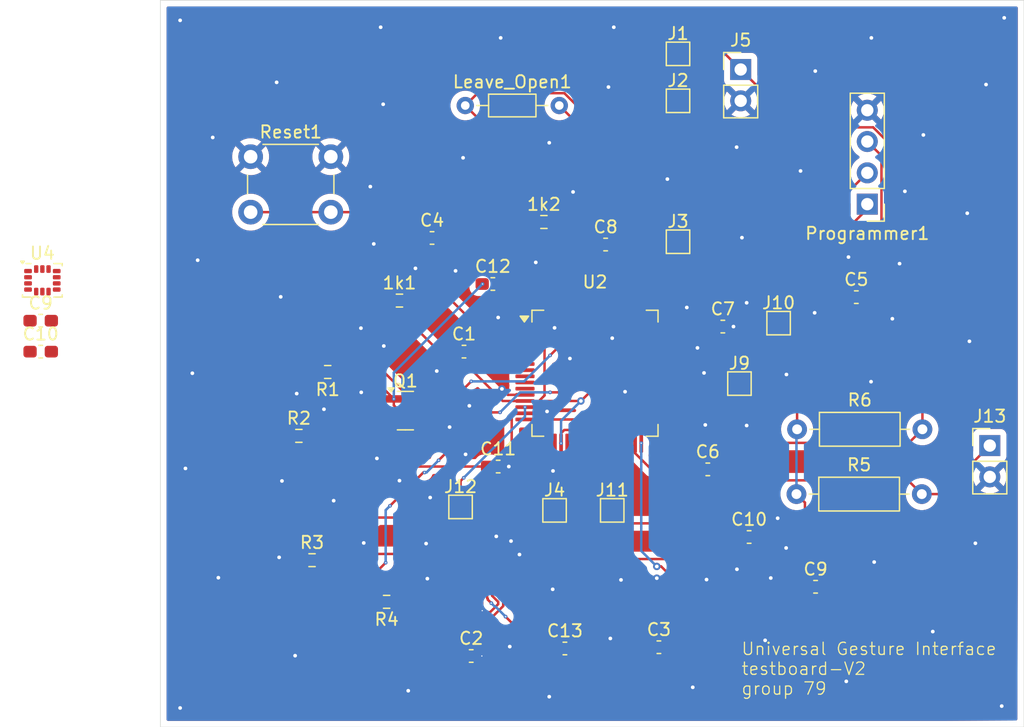
<source format=kicad_pcb>
(kicad_pcb (version 20241229) (generator "pcbnew") (generator_version "9.0")
  (layers (0 "F.Cu" signal) (2 "B.Cu" signal) (13 "F.Paste" user) (15 "B.Paste" user) (5 "F.SilkS" user "F.Silkscreen") (7 "B.SilkS" user "B.Silkscreen") (1 "F.Mask" user) (3 "B.Mask" user) (25 "Edge.Cuts" user))
  (net 0 "")
  (net 1 "Net-(U2-NRST)")
  (net 2 "VCC")
  (net 3 "GND")
  (net 4 "Net-(U2-BOOT0)")
  (net 5 "Net-(U2-VCAP_1)")
  (net 6 "Net-(U2-VCAP_2)")
  (net 7 "/VLDO_OUT")
  (net 8 "Net-(U1-REGOUT)")
  (net 9 "/ADC_FLEX1")
  (net 10 "/ADC_FSR1")
  (net 11 "/DEBUG_1")
  (net 12 "/DEBUG_2")
  (net 13 "/DEBUG_3")
  (net 14 "/DEBUG_4")
  (net 15 "/SWCLK")
  (net 16 "/SWDIO")
  (net 17 "/SDA")
  (net 18 "/SDA_1.8V")
  (net 19 "/SCL_1.8V")
  (net 20 "/SCL")
  (net 36 "/IMU_INT1_TEST")
  (net 46 "/SPI_MISO")
  (net 61 "/SPI_SCK")
  (net 62 "/SPI_CS")
  (net 63 "/SPI_MOSI")
  (footprint "Capacitor_SMD:C_0603_1608Metric_Pad1.08x0.95mm_HandSolder" (layer "F.Cu") (at 166.0906 120.6246)
    (property "Reference" "C13")
    (property "Value" "0.1uF")
  )
  (footprint "Capacitor_SMD:C_0603_1608Metric_Pad1.08x0.95mm_HandSolder" (layer "F.Cu") (at 160.2486 91.059)
    (property "Reference" "C12")
    (property "Value" "0.1uF")
  )
  (footprint "TestPoint:TestPoint_Pad_1.5x1.5mm" (layer "F.Cu") (at 180.2384 99.1362)
    (property "Reference" "J9")
    (property "Value" "Conn_01x01")
  )
  (footprint "Resistor_THT:R_Axial_DIN0207_L6.3mm_D2.5mm_P10.16mm_Horizontal" (layer "F.Cu") (at 184.912 102.8446)
    (property "Reference" "R6")
    (property "Value" "22k")
  )
  (footprint "Resistor_SMD:R_0603_1608Metric_Pad0.98x0.95mm_HandSolder" (layer "F.Cu") (at 146.8628 98.1964 180)
    (property "Reference" "R1")
    (property "Value" "4.7k")
  )
  (footprint "Connector_PinHeader_2.54mm:PinHeader_1x04_P2.54mm_Vertical" (layer "F.Cu") (at 190.6016 84.582 180)
    (property "Reference" "Programmer1")
    (property "Value" "Conn_01x04" (hide yes))
  )
  (footprint "Capacitor_SMD:C_0603_1608Metric_Pad1.08x0.95mm_HandSolder" (layer "F.Cu") (at 186.4106 115.6208)
    (property "Reference" "C9")
    (property "Value" "1 uF")
  )
  (footprint "Connector_PinHeader_2.54mm:PinHeader_1x02_P2.54mm_Vertical" (layer "F.Cu") (at 200.533 104.1654)
    (property "Reference" "J13")
    (property "Value" "Conn_01x02_Socket" (hide yes))
  )
  (footprint "Resistor_SMD:R_0603_1608Metric_Pad0.98x0.95mm_HandSolder" (layer "F.Cu") (at 151.638 116.84 180)
    (property "Reference" "R4")
    (property "Value" "4.7k")
  )
  (footprint "TestPoint:TestPoint_Pad_1.5x1.5mm" (layer "F.Cu") (at 175.26 72.39)
    (property "Reference" "J1")
    (property "Value" "FLEX pin1")
  )
  (footprint "Button_Switch_THT:SW_PUSH_6mm_H4.3mm" (layer "F.Cu") (at 140.6156 80.7318)
    (property "Reference" "Reset1")
    (property "Value" "SW_Push")
  )
  (footprint "Package_LGA:LGA-14_3x2.5mm_P0.5mm_LayoutBorder3x4y" (layer "F.Cu") (at 123.7325 90.7604)
    (property "Reference" "U4")
    (property "Value" "LSM6DSL")
  )
  (footprint "Capacitor_SMD:C_0603_1608Metric_Pad1.08x0.95mm_HandSolder" (layer "F.Cu") (at 178.8922 94.5134)
    (property "Reference" "C7")
    (property "Value" "2.2uF")
  )
  (footprint "Capacitor_SMD:C_0603_1608Metric_Pad1.08x0.95mm_HandSolder" (layer "F.Cu") (at 169.3915 87.8586)
    (property "Reference" "C8")
    (property "Value" "0.1uF")
  )
  (footprint "Capacitor_SMD:C_0603_1608Metric_Pad1.08x0.95mm_HandSolder" (layer "F.Cu") (at 123.5975 94.0354)
    (property "Reference" "C9")
    (property "Value" "0.1uF")
  )
  (footprint "TestPoint:TestPoint_Pad_1.5x1.5mm" (layer "F.Cu") (at 183.4134 94.234)
    (property "Reference" "J10")
    (property "Value" "Conn_01x01")
  )
  (footprint "Connector_PinHeader_2.54mm:PinHeader_1x02_P2.54mm_Vertical" (layer "F.Cu") (at 180.34 73.66)
    (property "Reference" "J5")
    (property "Value" "Conn_01x02_Socket")
  )
  (footprint "Resistor_SMD:R_0603_1608Metric_Pad0.98x0.95mm_HandSolder" (layer "F.Cu") (at 144.526 103.378)
    (property "Reference" "R2")
    (property "Value" "4.7k")
  )
  (footprint "Resistor_SMD:R_0603_1608Metric_Pad0.98x0.95mm_HandSolder" (layer "F.Cu") (at 152.6794 92.4052)
    (property "Reference" "1k1")
    (property "Value" "R")
  )
  (footprint "Resistor_SMD:R_0603_1608Metric_Pad0.98x0.95mm_HandSolder" (layer "F.Cu") (at 164.3888 86.0298)
    (property "Reference" "1k2")
    (property "Value" "R")
  )
  (footprint "Resistor_SMD:R_0603_1608Metric_Pad0.98x0.95mm_HandSolder" (layer "F.Cu") (at 145.5928 113.4618)
    (property "Reference" "R3")
    (property "Value" "4.7k")
  )
  (footprint "Capacitor_SMD:C_0603_1608Metric_Pad1.08x0.95mm_HandSolder" (layer "F.Cu") (at 173.7106 120.523)
    (property "Reference" "C3")
    (property "Value" "0.1uF")
  )
  (footprint "Resistor_THT:R_Axial_DIN0204_L3.6mm_D1.6mm_P7.62mm_Horizontal" (layer "F.Cu") (at 158.0134 76.581)
    (property "Reference" "Leave_Open1")
    (property "Value" "R")
  )
  (footprint "Package_QFP:LQFP-64_10x10mm_P0.5mm" (layer "F.Cu") (at 168.529 98.298)
    (property "Reference" "U2")
    (property "Value" "STM32F405RGTx")
  )
  (footprint "Capacitor_SMD:C_0603_1608Metric_Pad1.08x0.95mm_HandSolder" (layer "F.Cu") (at 177.673 106.0958)
    (property "Reference" "C6")
    (property "Value" "2.2uF")
  )
  (footprint "Capacitor_SMD:C_0603_1608Metric_Pad1.08x0.95mm_HandSolder" (layer "F.Cu") (at 160.6804 105.8672)
    (property "Reference" "C11")
    (property "Value" "0.1uF")
  )
  (footprint "Capacitor_SMD:C_0603_1608Metric_Pad1.08x0.95mm_HandSolder" (layer "F.Cu") (at 189.7126 92.1258)
    (property "Reference" "C5")
    (property "Value" "0.1uF")
  )
  (footprint "Package_TO_SOT_SMD:SOT-23" (layer "F.Cu") (at 153.1597 101.3308)
    (property "Reference" "Q1")
    (property "Value" "BSS138")
  )
  (footprint "Capacitor_SMD:C_0603_1608Metric_Pad1.08x0.95mm_HandSolder" (layer "F.Cu") (at 123.5975 96.5454)
    (property "Reference" "C10")
    (property "Value" "0.1uF")
  )
  (footprint "Capacitor_SMD:C_0603_1608Metric_Pad1.08x0.95mm_HandSolder" (layer "F.Cu") (at 158.4949 121.2342)
    (property "Reference" "C2")
    (property "Value" "0.1uF")
  )
  (footprint "TestPoint:TestPoint_Pad_1.5x1.5mm" (layer "F.Cu") (at 169.926 109.4232)
    (property "Reference" "J11")
    (property "Value" "Conn_01x01")
  )
  (footprint "TestPoint:TestPoint_Pad_1.5x1.5mm" (layer "F.Cu") (at 165.2524 109.4232)
    (property "Reference" "J4")
    (property "Value" "FSR pin1")
  )
  (footprint "Resistor_THT:R_Axial_DIN0207_L6.3mm_D2.5mm_P10.16mm_Horizontal" (layer "F.Cu") (at 184.8612 108.1024)
    (property "Reference" "R5")
    (property "Value" "47k")
  )
  (footprint "TestPoint:TestPoint_Pad_1.5x1.5mm" (layer "F.Cu") (at 175.26 87.63)
    (property "Reference" "J3")
    (property "Value" "FSR pin2")
  )
  (footprint "Capacitor_SMD:C_0603_1608Metric_Pad1.08x0.95mm_HandSolder" (layer "F.Cu") (at 157.9107 96.5454)
    (property "Reference" "C1")
    (property "Value" "0.1uF")
  )
  (footprint "TestPoint:TestPoint_Pad_1.5x1.5mm" (layer "F.Cu") (at 157.6324 109.1438)
    (property "Reference" "J12")
    (property "Value" "Conn_01x01")
  )
  (footprint "Capacitor_SMD:C_0603_1608Metric_Pad1.08x0.95mm_HandSolder" (layer "F.Cu") (at 181.0247 111.5822)
    (property "Reference" "C10")
    (property "Value" "1 uF")
  )
  (footprint "TestPoint:TestPoint_Pad_1.5x1.5mm" (layer "F.Cu") (at 175.26 76.2)
    (property "Reference" "J2")
    (property "Value" "FLEX pin2")
  )
  (footprint "Capacitor_SMD:C_0603_1608Metric_Pad1.08x0.95mm_HandSolder" (layer "F.Cu") (at 155.321 87.3252)
    (property "Reference" "C4")
    (property "Value" "0.1uF")
  )
  (gr_rect (start 133.2992 68.0466) (end 203.3016 127) (stroke (width 0.05)) (fill no) (layer "Edge.Cuts"))
  (gr_text "Universal Gesture Interface\ntestboard-V2\ngroup 79" (at 180.34 124.46 0) (layer "F.SilkS") (effects (font (size 1 1) (thickness 0.1)) (justify left bottom)))
  (segment (start 155.297 90.7001) (end 155.297 86.858066) (width 0.2) (layer "F.Cu") (net 1))
  (segment (start 155.297 86.858066) (end 153.670734 85.2318) (width 0.2) (layer "F.Cu") (net 1))
  (segment (start 153.670734 85.2318) (end 147.1156 85.2318) (width 0.2) (layer "F.Cu") (net 1))
  (segment (start 162.045176 97.548) (end 156.902376 92.4052) (width 0.2) (layer "F.Cu") (net 1))
  (segment (start 162.854 97.548) (end 162.045176 97.548) (width 0.2) (layer "F.Cu") (net 1))
  (segment (start 153.5919 92.4052) (end 155.297 90.7001) (width 0.2) (layer "F.Cu") (net 1))
  (segment (start 156.902376 92.4052) (end 153.5919 92.4052) (width 0.2) (layer "F.Cu") (net 1))
  (segment (start 147.1156 85.2318) (end 140.6156 85.2318) (width 0.2) (layer "F.Cu") (net 1))
  (segment (start 162.854 94.548) (end 164.779 92.623) (width 0.2) (layer "F.Cu") (net 2))
  (segment (start 164.4396 95.3262) (end 163.6614 94.548) (width 0.2) (layer "F.Cu") (net 2))
  (segment (start 171.3609 122.0102) (end 172.8481 120.523) (width 0.2) (layer "F.Cu") (net 2))
  (segment (start 162.854 100.548) (end 163.993 100.548) (width 0.2) (layer "F.Cu") (net 2))
  (segment (start 155.9071 96.5454) (end 151.7669 92.4052) (width 0.2) (layer "F.Cu") (net 2))
  (segment (start 166.046176 102.897) (end 165.779 103.164176) (width 0.2) (layer "F.Cu") (net 2))
  (segment (start 184.912 100.6094) (end 188.8501 96.6713) (width 0.2) (layer "F.Cu") (net 2))
  (segment (start 163.993 100.548) (end 164.4396 100.1014) (width 0.2) (layer "F.Cu") (net 2))
  (segment (start 157.0482 96.5454) (end 155.9071 96.5454) (width 0.2) (layer "F.Cu") (net 2))
  (segment (start 157.0482 96.5454) (end 161.0508 100.548) (width 0.2) (layer "F.Cu") (net 2))
  (segment (start 173.892768 113.9709) (end 174.5018 114.579932) (width 0.2) (layer "F.Cu") (net 2))
  (segment (start 161.0508 100.548) (end 162.854 100.548) (width 0.2) (layer "F.Cu") (net 2))
  (segment (start 185.5481 115.6208) (end 185.5481 108.7893) (width 0.2) (layer "F.Cu") (net 2))
  (segment (start 157.6324 121.2342) (end 158.4084 122.0102) (width 0.2) (layer "F.Cu") (net 2))
  (segment (start 174.1393 116.4719) (end 184.697 116.4719) (width 0.2) (layer "F.Cu") (net 2))
  (segment (start 191.7526 89.2233) (end 191.7526 80.653001) (width 0.2) (layer "F.Cu") (net 2))
  (segment (start 167.395176 100.548) (end 167.386 100.548) (width 0.2) (layer "F.Cu") (net 2))
  (segment (start 153.2382 116.84) (end 157.6324 121.2342) (width 0.2) (layer "F.Cu") (net 2))
  (segment (start 172.279 103.164176) (end 172.011824 102.897) (width 0.2) (layer "F.Cu") (net 2))
  (segment (start 174.204 94.548) (end 173.395176 94.548) (width 0.2) (layer "F.Cu") (net 2))
  (segment (start 164.779 92.623) (end 164.779 91.6086) (width 0.2) (layer "F.Cu") (net 2))
  (segment (start 151.7669 90.0168) (end 154.4585 87.3252) (width 0.2) (layer "F.Cu") (net 2))
  (segment (start 168.529 87.8586) (end 168.529 79.4766) (width 0.2) (layer "F.Cu") (net 2))
  (segment (start 185.5481 108.7893) (end 184.8612 108.1024) (width 0.2) (layer "F.Cu") (net 2))
  (segment (start 172.279 103.973) (end 172.279 103.164176) (width 0.2) (layer "F.Cu") (net 2))
  (segment (start 152.5505 116.84) (end 153.2382 116.84) (width 0.2) (layer "F.Cu") (net 2))
  (segment (start 184.697 116.4719) (end 185.5481 115.6208) (width 0.2) (layer "F.Cu") (net 2))
  (segment (start 184.912 102.8446) (end 184.912 100.6094) (width 0.2) (layer "F.Cu") (net 2))
  (segment (start 164.4396 100.1014) (end 164.4396 95.3262) (width 0.2) (layer "F.Cu") (net 2))
  (segment (start 149.3012 92.4052) (end 143.6135 98.0929) (width 0.2) (layer "F.Cu") (net 2))
  (segment (start 143.6135 98.0929) (end 143.6135 103.378) (width 0.2) (layer "F.Cu") (net 2))
  (segment (start 164.779 91.6086) (end 168.529 87.8586) (width 0.2) (layer "F.Cu") (net 2))
  (segment (start 172.011824 102.897) (end 166.046176 102.897) (width 0.2) (layer "F.Cu") (net 2))
  (segment (start 174.200799 115.8709) (end 173.5383 115.8709) (width 0.2) (layer "F.Cu") (net 2))
  (segment (start 174.5018 115.569899) (end 174.200799 115.8709) (width 0.2) (layer "F.Cu") (net 2))
  (segment (start 173.5383 113.9709) (end 173.892768 113.9709) (width 0.2) (layer "F.Cu") (net 2))
  (segment (start 172.8481 116.5611) (end 173.5383 115.8709) (width 0.2) (layer "F.Cu") (net 2))
  (segment (start 168.529 79.4766) (end 165.6334 76.581) (width 0.2) (layer "F.Cu") (net 2))
  (segment (start 174.5018 114.579932) (end 174.5018 115.569899) (width 0.2) (layer "F.Cu") (net 2))
  (segment (start 167.386 100.548) (end 162.854 100.548) (width 0.2) (layer "F.Cu") (net 2))
  (segment (start 151.7669 92.4052) (end 149.3012 92.4052) (width 0.2) (layer "F.Cu") (net 2))
  (segment (start 188.8501 96.6713) (end 188.8501 92.1258) (width 0.2) (layer "F.Cu") (net 2))
  (segment (start 188.8501 92.1258) (end 191.7526 89.2233) (width 0.2) (layer "F.Cu") (net 2))
  (segment (start 158.4084 122.0102) (end 171.3609 122.0102) (width 0.2) (layer "F.Cu") (net 2))
  (segment (start 173.395176 94.548) (end 167.395176 100.548) (width 0.2) (layer "F.Cu") (net 2))
  (segment (start 163.6614 94.548) (end 162.854 94.548) (width 0.2) (layer "F.Cu") (net 2))
  (segment (start 151.7669 92.4052) (end 151.7669 90.0168) (width 0.2) (layer "F.Cu") (net 2))
  (segment (start 165.779 103.164176) (end 165.779 103.973) (width 0.2) (layer "F.Cu") (net 2))
  (segment (start 173.5383 115.8709) (end 174.1393 116.4719) (width 0.2) (layer "F.Cu") (net 2))
  (segment (start 191.7526 80.653001) (end 190.6016 79.502001) (width 0.2) (layer "F.Cu") (net 2))
  (segment (start 172.8481 120.523) (end 172.8481 116.5611) (width 0.2) (layer "F.Cu") (net 2))
  (via (at 173.5383 113.9709) (size 0.6) (drill 0.3) (layers "F.Cu" "B.Cu") (net 2))
  (via micro (at 172.279 103.973) (size 0.3) (drill 0.1) (layers "F.Cu" "B.Cu") (net 2))
  (via micro (at 165.779 103.973) (size 0.3) (drill 0.1) (layers "F.Cu" "B.Cu") (net 2))
  (via (at 167.386 100.548) (size 0.6) (drill 0.3) (layers "F.Cu" "B.Cu") (net 2))
  (segment (start 172.279 112.7116) (end 172.279 103.973) (width 0.2) (layer "B.Cu") (net 2))
  (segment (start 167.386 100.548) (end 165.779 102.155) (width 0.2) (layer "B.Cu") (net 2))
  (segment (start 184.8612 102.8954) (end 184.912 102.8446) (width 0.2) (layer "B.Cu") (net 2))
  (segment (start 184.8612 108.1024) (end 184.8612 102.8954) (width 0.2) (layer "B.Cu") (net 2))
  (segment (start 165.779 102.155) (end 165.779 103.973) (width 0.2) (layer "B.Cu") (net 2))
  (segment (start 173.5383 113.9709) (end 172.279 112.7116) (width 0.2) (layer "B.Cu") (net 2))
  (segment (start 161.0896 112.682826) (end 160.786374 112.3796) (width 0.2) (layer "F.Cu") (net 3))
  (segment (start 160.1896 116.3492) (end 160.6804 116.84) (width 0.2) (layer "F.Cu") (net 3))
  (segment (start 160.1896 115.9556) (end 160.1896 116.3492) (width 0.2) (layer "F.Cu") (net 3))
  (segment (start 159.3896 117.5558) (end 159.3896 115.9556) (width 0.2) (layer "F.Cu") (net 3))
  (segment (start 162.854 100.048) (end 161.4652 100.048) (width 0.2) (layer "F.Cu") (net 3))
  (segment (start 165.279 106.0692) (end 165.1254 106.2228) (width 0.2) (layer "F.Cu") (net 3))
  (segment (start 159.51528 117.68148) (end 159.3896 117.5558) (width 0.2) (layer "F.Cu") (net 3))
  (segment (start 161.0896 113.4556) (end 161.0896 112.682826) (width 0.2) (layer "F.Cu") (net 3))
  (segment (start 160.1896 112.582826) (end 160.1896 112.9556) (width 0.2) (layer "F.Cu") (net 3))
  (segment (start 160.6804 116.84) (end 160.6804 117.027491) (width 0.2) (layer "F.Cu") (net 3))
  (segment (start 161.9566 113.4556) (end 162.4076 113.0046) (width 0.2) (layer "F.Cu") (net 3))
  (segment (start 161.0896 113.4556) (end 161.9566 113.4556) (width 0.2) (layer "F.Cu") (net 3))
  (segment (start 165.279 103.973) (end 165.279 106.0692) (width 0.2) (layer "F.Cu") (net 3))
  (segment (start 161.4652 100.048) (end 160.9852 99.568) (width 0.2) (layer "F.Cu") (net 3))
  (segment (start 165.279 94.5884) (end 165.2524 94.615) (width 0.2) (layer "F.Cu") (net 3))
  (segment (start 165.279 92.623) (end 165.279 94.5884) (width 0.2) (layer "F.Cu") (net 3))
  (segment (start 160.1896 112.2683) (end 160.528 111.9299) (width 0.2) (layer "F.Cu") (net 3))
  (segment (start 160.528 111.9299) (end 160.528 111.5314) (width 0.2) (layer "F.Cu") (net 3))
  (segment (start 160.6804 117.027491) (end 160.026411 117.68148) (width 0.2) (layer "F.Cu") (net 3))
  (segment (start 160.392826 112.3796) (end 160.1896 112.582826) (width 0.2) (layer "F.Cu") (net 3))
  (segment (start 160.786374 112.3796) (end 160.392826 112.3796) (width 0.2) (layer "F.Cu") (net 3))
  (segment (start 160.026411 117.68148) (end 159.51528 117.68148) (width 0.2) (layer "F.Cu") (net 3))
  (segment (start 160.1896 112.9556) (end 160.1896 112.2683) (width 0.2) (layer "F.Cu") (net 3))
  (via (at 170.6372 115.062) (size 0.6) (drill 0.3) (layers "F.Cu" "B.Cu") (net 3))
  (via (at 199.3646 112.0902) (size 0.6) (drill 0.3) (layers "F.Cu" "B.Cu") (net 3))
  (via (at 161.6202 120.4722) (size 0.6) (drill 0.3) (layers "F.Cu" "B.Cu") (net 3))
  (via (at 153.3906 124.0536) (size 0.6) (drill 0.3) (layers "F.Cu" "B.Cu") (net 3))
  (via (at 160.6804 93.7768) (size 0.6) (drill 0.3) (layers "F.Cu" "B.Cu") (net 3))
  (via (at 136.3218 89.1286) (size 0.6) (drill 0.3) (layers "F.Cu" "B.Cu") (net 3))
  (via (at 198.882 95.7072) (size 0.6) (drill 0.3) (layers "F.Cu" "B.Cu") (net 3))
  (via (at 192.6336 93.8784) (size 0.6) (drill 0.3) (layers "F.Cu" "B.Cu") (net 3))
  (via (at 134.8994 69.6722) (size 0.6) (drill 0.3) (layers "F.Cu" "B.Cu") (net 3))
  (via (at 153.9748 89.789) (size 0.6) (drill 0.3) (layers "F.Cu" "B.Cu") (net 3))
  (via (at 150.5966 87.8078) (size 0.6) (drill 0.3) (layers "F.Cu" "B.Cu") (net 3))
  (via (at 157.226 89.9922) (size 0.6) (drill 0.3) (layers "F.Cu" "B.Cu") (net 3))
  (via (at 164.8206 79.6036) (size 0.6) (drill 0.3) (layers "F.Cu" "B.Cu") (net 3))
  (via (at 134.8994 125.4506) (size 0.6) (drill 0.3) (layers "F.Cu" "B.Cu") (net 3))
  (via (at 155.702 98.1202) (size 0.6) (drill 0.3) (layers "F.Cu" "B.Cu") (net 3))
  (via (at 175.9712 92.964) (size 0.6) (drill 0.3) (layers "F.Cu" "B.Cu") (net 3))
  (via (at 162.4076 113.0046) (size 0.6) (drill 0.3) (layers "F.Cu" "B.Cu") (net 3))
  (via (at 152.6794 107.0102) (size 0.6) (drill 0.3) (layers "F.Cu" "B.Cu") (net 3))
  (via (at 157.8356 80.8228) (size 0.6) (drill 0.3) (layers "F.Cu" "B.Cu") (net 3))
  (via (at 151.3586 76.4794) (size 0.6) (drill 0.3) (layers "F.Cu" "B.Cu") (net 3))
  (via (at 166.497 97.1042) (size 0.6) (drill 0.3) (layers "F.Cu" "B.Cu") (net 3))
  (via (at 186.3852 73.787) (size 0.6) (drill 0.3) (layers "F.Cu" "B.Cu") (net 3))
  (via (at 177.5714 115.0366) (size 0.6) (drill 0.3) (layers "F.Cu" "B.Cu") (net 3))
  (via (at 198.7042 85.3186) (size 0.6) (drill 0.3) (layers "F.Cu" "B.Cu") (net 3))
  (via (at 160.8836 71.0946) (size 0.6) (drill 0.3) (layers "F.Cu" "B.Cu") (net 3))
  (via (at 149.5806 99.8474) (size 0.6) (drill 0.3) (layers "F.Cu" "B.Cu") (net 3))
  (via (at 184.0484 98.3996) (size 0.6) (drill 0.3) (layers "F.Cu" "B.Cu") (net 3))
  (via (at 193.2178 89.408) (size 0.6) (drill 0.3) (layers "F.Cu" "B.Cu") (net 3))
  (via (at 180.4416 87.2998) (size 0.6) (drill 0.3) (layers "F.Cu" "B.Cu") (net 3))
  (via (at 180.8226 92.583) (size 0.6) (drill 0.3) (layers "F.Cu" "B.Cu") (net 3))
  (via (at 163.7284 89.3064) (size 0.6) (drill 0.3) (layers "F.Cu" "B.Cu") (net 3))
  (via (at 177.4698 102.489) (size 0.6) (drill 0.3) (layers "F.Cu" "B.Cu") (net 3))
  (via (at 150.8506 105.2068) (size 0.6) (drill 0.3) (layers "F.Cu" "B.Cu") (net 3))
  (via (at 151.4094 96.0882) (size 0.6) (drill 0.3) (layers "F.Cu" "B.Cu") (net 3))
  (via (at 195.9102 119.253) (size 0.6) (drill 0.3) (layers "F.Cu" "B.Cu") (net 3))
  (via (at 143.1544 107.0356) (size 0.6) (drill 0.3) (layers "F.Cu" "B.Cu") (net 3))
  (via (at 176.8348 96.2406) (size 0.6) (drill 0.3) (layers "F.Cu" "B.Cu") (net 3))
  (via (at 156.7434 102.6668) (size 0.6) (drill 0.3) (layers "F.Cu" "B.Cu") (net 3))
  (via (at 174.3964 82.55) (size 0.6) (drill 0.3) (layers "F.Cu" "B.Cu") (net 3))
  (via (at 161.5429 105.8672) (size 0.6) (drill 0.3) (layers "F.Cu" "B.Cu") (net 3))
  (via (at 161.7218 111.9124) (size 0.6) (drill 0.3) (layers "F.Cu" "B.Cu") (net 3))
  (via (at 135.3312 106.0196) (size 0.6) (drill 0.3) (layers "F.Cu" "B.Cu") (net 3))
  (via (at 151.1554 70.231) (size 0.6) (drill 0.3) (layers "F.Cu" "B.Cu") (net 3))
  (via (at 186.3344 93.3958) (size 0.6) (drill 0.3) (layers "F.Cu" "B.Cu") (net 3))
  (via (at 176.4538 123.7742) (size 0.6) (drill 0.3) (layers "F.Cu" "B.Cu") (net 3))
  (via (at 195.1482 78.9686) (size 0.6) (drill 0.3) (layers "F.Cu" "B.Cu") (net 3))
  (via (at 146.558 101.219) (size 0.6) (drill 0.3) (layers "F.Cu" "B.Cu") (net 3))
  (via (at 143.0528 92.1004) (size 0.6) (drill 0.3) (layers "F.Cu" "B.Cu") (net 3))
  (via (at 155.1686 108.3818) (size 0.6) (drill 0.3) (layers "F.Cu" "B.Cu") (net 3))
  (via (at 164.6428 101.3968) (size 0.6) (drill 0.3) (layers "F.Cu" "B.Cu") (net 3))
  (via (at 200.2282 74.8792) (size 0.6) (drill 0.3) (layers "F.Cu" "B.Cu") (net 3))
  (via (at 149.5552 94.6404) (size 0.6) (drill 0.3) (layers "F.Cu" "B.Cu") (net 3))
  (via micro (at 159.3896 117.5558) (size 0.3) (drill 0.1) (layers "F.Cu" "B.Cu") (net 3))
  (via (at 180.8226 102.5398) (size 0.6) (drill 0.3) (layers "F.Cu" "B.Cu") (net 3))
  (via (at 158.3436 100.9396) (size 0.6) (drill 0.3) (layers "F.Cu" "B.Cu") (net 3))
  (via (at 190.9318 71.0946) (size 0.6) (drill 0.3) (layers "F.Cu" "B.Cu") (net 3))
  (via (at 190.9064 98.9838) (size 0.6) (drill 0.3) (layers "F.Cu" "B.Cu") (net 3))
  (via (at 189.0776 88.8746) (size 0.6) (drill 0.3) (layers "F.Cu" "B.Cu") (net 3))
  (via (at 182.3212 119.9642) (size 0.6) (drill 0.3) (layers "F.Cu" "B.Cu") (net 3))
  (via (at 165.1 115.824) (size 0.6) (drill 0.3) (layers "F.Cu" "B.Cu") (net 3))
  (via (at 154.94 114.9604) (size 0.6) (drill 0.3) (layers "F.Cu" "B.Cu") (net 3))
  (via (at 170.9674 99.7966) (size 0.6) (drill 0.3) (layers "F.Cu" "B.Cu") (net 3))
  (via (at 166.751 83.5914) (size 0.6) (drill 0.3) (layers "F.Cu" "B.Cu") (net 3))
  (via (at 150.3172 83.1596) (size 0.6) (drill 0.3) (layers "F.Cu" "B.Cu") (net 3))
  (via (at 135.89 98.298) (size 0.6) (drill 0.3) (layers "F.Cu" "B.Cu") (net 3))
  (via (at 182.7784 114.9096) (size 0.6) (drill 0.3) (layers "F.Cu" "B.Cu") (net 3))
  (via (at 154.8384 112.1156) (size 0.6) (drill 0.3) (layers "F.Cu" "B.Cu") (net 3))
  (via (at 169.7736 119.8118) (size 0.6) (drill 0.3) (layers "F.Cu" "B.Cu") (net 3))
  (via (at 185.1914 81.8896) (size 0.6) (drill 0.3) (layers "F.Cu" "B.Cu") (net 3))
  (via (at 169.926 95.4532) (size 0.6) (drill 0.3) (layers "F.Cu" "B.Cu") (net 3))
  (via (at 164.8206 124.5362) (size 0.6) (drill 0.3) (layers "F.Cu" "B.Cu") (net 3))
  (via (at 173.5383 114.9209) (size 0.6) (drill 0.3) (layers "F.Cu" "B.Cu") (net 3))
  (via (at 165.1254 106.2228) (size 0.6) (drill 0.3) (layers "F.Cu" "B.Cu") (net 3))
  (via (at 177.3682 98.2726) (size 0.6) (drill 0.3) (layers "F.Cu" "B.Cu") (net 3))
  (via (at 144.2212 121.2088) (size 0.6) (drill 0.3) (layers "F.Cu" "B.Cu") (net 3))
  (via (at 142.9258 113.2332) (size 0.6) (drill 0.3) (layers "F.Cu" "B.Cu") (net 3))
  (via (at 144.3482 99.949) (size 0.6) (drill 0.3) (layers "F.Cu" "B.Cu") (net 3))
  (via (at 188.8998 123.2916) (size 0.6) (drill 0.3) (layers "F.Cu" "B.Cu") (net 3))
  (via (at 201.7014 69.469) (size 0.6) (drill 0.3) (layers "F.Cu" "B.Cu") (net 3))
  (via (at 180.0352 114.1984) (size 0.6) (drill 0.3) (layers "F.Cu" "B.Cu") (net 3))
  (via (at 137.9982 114.8842) (size 0.6) (drill 0.3) (layers "F.Cu" "B.Cu") (net 3))
  (via (at 142.7226 74.7014) (size 0.6) (drill 0.3) (layers "F.Cu" "B.Cu") (net 3))
  (via (at 201.4982 125.2982) (size 0.6) (drill 0.3) (layers "F.Cu" "B.Cu") (net 3))
  (via (at 160.528 111.5314) (size 0.6) (drill 0.3) (layers "F.Cu" "B.Cu") (net 3))
  (via (at 149.7838 112.0648) (size 0.6) (drill 0.3) (layers "F.Cu" "B.Cu") (net 3))
  (via (at 165.2524 94.615) (size 0.6) (drill 0.3) (layers "F.Cu" "B.Cu") (net 3))
  (via (at 147.3454 108.6358) (size 0.6) (drill 0.3) (layers "F.Cu" "B.Cu") (net 3))
  (via (at 183.3372 110.0582) (size 0.6) (drill 0.3) (layers "F.Cu" "B.Cu") (net 3))
  (via (at 137.541 79.1718) (size 0.6) (drill 0.3) (layers "F.Cu" "B.Cu") (net 3))
  (via (at 170.053 70.231) (size 0.6) (drill 0.3) (layers "F.Cu" "B.Cu") (net 3))
  (via (at 193.6496 83.5406) (size 0.6) (drill 0.3) (layers "F.Cu" "B.Cu") (net 3))
  (via (at 179.7547 94.5134) (size 0.6) (drill 0.3) (layers "F.Cu" "B.Cu") (net 3))
  (via (at 191.1604 113.6142) (size 0.6) (drill 0.3) (layers "F.Cu" "B.Cu") (net 3))
  (via (at 184.023 112.4712) (size 0.6) (drill 0.3) (layers "F.Cu" "B.Cu") (net 3))
  (via (at 158.0388 104.8766) (size 0.6) (drill 0.3) (layers "F.Cu" "B.Cu") (net 3))
  (via (at 169.6212 75.0824) (size 0.6) (drill 0.3) (layers "F.Cu" "B.Cu") (net 3))
  (via micro (at 159.3574 121.2342) (size 0.3) (drill 0.1) (layers "F.Cu" "B.Cu") (net 3))
  (via (at 160.9852 99.568) (size 0.6) (drill 0.3) (layers "F.Cu" "B.Cu") (net 3))
  (via (at 180.0098 79.9592) (size 0.6) (drill 0.3) (layers "F.Cu" "B.Cu") (net 3))
  (segment (start 159.3896 117.5558) (end 157.5354 117.5558) (width 0.2) (layer "B.Cu") (net 3))
  (segment (start 159.3574 117.588) (end 159.3574 121.2342) (width 0.2) (layer "B.Cu") (net 3))
  (segment (start 159.3896 117.5558) (end 159.3574 117.588) (width 0.2) (layer "B.Cu") (net 3))
  (segment (start 157.5354 117.5558) (end 154.94 114.9604) (width 0.2) (layer "B.Cu") (net 3))
  (segment (start 163.4763 86.0298) (end 163.4763 82.0439) (width 0.2) (layer "F.Cu") (net 4))
  (segment (start 166.048028 75.58) (end 159.0144 75.58) (width 0.2) (layer "F.Cu") (net 4))
  (segment (start 159.0144 75.58) (end 158.0134 76.581) (width 0.2) (layer "F.Cu") (net 4))
  (segment (start 166.779 92.623) (end 166.779 90.962234) (width 0.2) (layer "F.Cu") (net 4))
  (segment (start 163.4763 82.0439) (end 158.0134 76.581) (width 0.2) (layer "F.Cu") (net 4))
  (segment (start 169.4155 78.947472) (end 166.048028 75.58) (width 0.2) (layer "F.Cu") (net 4))
  (segment (start 169.4155 88.325734) (end 169.4155 78.947472) (width 0.2) (layer "F.Cu") (net 4))
  (segment (start 166.779 90.962234) (end 169.4155 88.325734) (width 0.2) (layer "F.Cu") (net 4))
  (segment (start 173.092976 106.0958) (end 171.779 104.781824) (width 0.2) (layer "F.Cu") (net 5))
  (segment (start 171.779 104.781824) (end 171.779 103.973) (width 0.2) (layer "F.Cu") (net 5))
  (segment (start 176.8105 106.0958) (end 173.092976 106.0958) (width 0.2) (layer "F.Cu") (net 5))
  (segment (start 174.204 95.048) (end 177.4951 95.048) (width 0.2) (layer "F.Cu") (net 6))
  (segment (start 177.4951 95.048) (end 178.0297 94.5134) (width 0.2) (layer "F.Cu") (net 6))
  (segment (start 158.7754 117.579411) (end 159.280589 118.0846) (width 0.2) (layer "F.Cu") (net 7))
  (segment (start 152.273 105.8672) (end 150.0378 108.1024) (width 0.2) (layer "F.Cu") (net 7))
  (segment (start 161.6034 110.9304) (end 163.2204 112.5474) (width 0.2) (layer "F.Cu") (net 7))
  (segment (start 177.7735 113.9709) (end 180.1622 111.5822) (width 0.2) (layer "F.Cu") (net 7))
  (segment (start 147.7753 98.1964) (end 150.0378 98.1964) (width 0.2) (layer "F.Cu") (net 7))
  (segment (start 150.0378 108.1024) (end 153.2607 104.8795) (width 0.2) (layer "F.Cu") (net 7))
  (segment (start 159.3896 112.5012) (end 159.8179 112.0729) (width 0.2) (layer "F.Cu") (net 7))
  (segment (start 163.5663 113.3699) (end 175.2123 113.3699) (width 0.2) (layer "F.Cu") (net 7))
  (segment (start 159.280589 118.0846) (end 160.190391 118.0846) (width 0.2) (layer "F.Cu") (net 7))
  (segment (start 144.6803 113.4618) (end 144.6803 113.4599) (width 0.2) (layer "F.Cu") (net 7))
  (segment (start 152.2222 100.901332) (end 152.2222 100.3808) (width 0.2) (layer "F.Cu") (net 7))
  (segment (start 159.3861 91.059) (end 159.4104 91.059) (width 0.2) (layer "F.Cu") (net 7))
  (segment (start 175.8133 113.9709) (end 177.7735 113.9709) (width 0.2) (layer "F.Cu") (net 7))
  (segment (start 150.0378 98.1964) (end 152.2222 100.3808) (width 0.2) (layer "F.Cu") (net 7))
  (segment (start 160.190391 118.0846) (end 161.0896 117.185391) (width 0.2) (layer "F.Cu") (net 7))
  (segment (start 161.4806 115.4556) (end 163.2204 113.7158) (width 0.2) (layer "F.Cu") (net 7))
  (segment (start 158.9896 115.9556) (end 158.9896 116.3464) (width 0.2) (layer "F.Cu") (net 7))
  (segment (start 159.8179 112.0729) (end 159.8179 105.8672) (width 0.2) (layer "F.Cu") (net 7))
  (segment (start 163.2204 113.7158) (end 163.5663 113.3699) (width 0.2) (layer "F.Cu") (net 7))
  (segment (start 158.7754 116.5606) (end 158.7754 117.579411) (width 0.2) (layer "F.Cu") (net 7))
  (segment (start 158.9896 116.3464) (end 158.7754 116.5606) (width 0.2) (layer "F.Cu") (net 7))
  (segment (start 161.0896 115.4556) (end 161.4806 115.4556) (width 0.2) (layer "F.Cu") (net 7))
  (segment (start 161.0896 117.185391) (end 161.0896 115.4556) (width 0.2) (layer "F.Cu") (net 7))
  (segment (start 153.2607 101.939832) (end 152.2222 100.901332) (width 0.2) (layer "F.Cu") (net 7))
  (segment (start 159.3896 112.9556) (end 159.3896 112.5012) (width 0.2) (layer "F.Cu") (net 7))
  (segment (start 159.8179 112.0729) (end 159.8179 111.391557) (width 0.2) (layer "F.Cu") (net 7))
  (segment (start 144.6803 113.4599) (end 150.0378 108.1024) (width 0.2) (layer "F.Cu") (net 7))
  (segment (start 160.279057 110.9304) (end 161.6034 110.9304) (width 0.2) (layer "F.Cu") (net 7))
  (segment (start 163.2204 112.5474) (end 163.2204 113.7158) (width 0.2) (layer "F.Cu") (net 7))
  (segment (start 159.8179 105.8672) (end 152.273 105.8672) (width 0.2) (layer "F.Cu") (net 7))
  (segment (start 153.2607 104.8795) (end 153.2607 101.939832) (width 0.2) (layer "F.Cu") (net 7))
  (segment (start 159.8179 111.391557) (end 160.279057 110.9304) (width 0.2) (layer "F.Cu") (net 7))
  (segment (start 175.8133 113.9709) (end 175.2123 113.3699) (width 0.2) (layer "F.Cu") (net 7))
  (via micro (at 152.2222 100.3808) (size 0.3) (drill 0.1) (layers "F.Cu" "B.Cu") (net 7))
  (via micro (at 159.4104 91.059) (size 0.3) (drill 0.1) (layers "F.Cu" "B.Cu") (net 7))
  (segment (start 152.2222 98.2472) (end 152.2222 100.3808) (width 0.2) (layer "B.Cu") (net 7))
  (segment (start 159.4104 91.059) (end 152.2222 98.2472) (width 0.2) (layer "B.Cu") (net 7))
  (segment (start 159.7896 116.5334) (end 159.7896 115.9556) (width 0.2) (layer "F.Cu") (net 8))
  (segment (start 160.124447 116.947047) (end 159.8396 116.6622) (width 0.2) (layer "F.Cu") (net 8))
  (segment (start 159.8396 116.6622) (end 159.8396 116.5834) (width 0.2) (layer "F.Cu") (net 8))
  (segment (start 163.8626 120.6246) (end 165.2281 120.6246) (width 0.2) (layer "F.Cu") (net 8))
  (segment (start 159.8396 116.5834) (end 159.7896 116.5334) (width 0.2) (layer "F.Cu") (net 8))
  (segment (start 161.2809 118.0429) (end 163.8626 120.6246) (width 0.2) (layer "F.Cu") (net 8))
  (via micro (at 161.2809 118.0429) (size 0.3) (drill 0.1) (layers "F.Cu" "B.Cu") (net 8))
  (via micro (at 160.124447 116.947047) (size 0.3) (drill 0.1) (layers "F.Cu" "B.Cu") (net 8))
  (segment (start 160.40788 117.23048) (end 160.46848 117.23048) (width 0.2) (layer "B.Cu") (net 8))
  (segment (start 160.124447 116.947047) (end 160.40788 117.23048) (width 0.2) (layer "B.Cu") (net 8))
  (segment (start 160.46848 117.23048) (end 161.2809 118.0429) (width 0.2) (layer "B.Cu") (net 8))
  (segment (start 174.4814 103.9456) (end 172.5838 102.048) (width 0.2) (layer "F.Cu") (net 9))
  (segment (start 195.072 82.344641) (end 195.072 102.8446) (width 0.2) (layer "F.Cu") (net 9))
  (segment (start 191.07836 78.351001) (end 195.072 82.344641) (width 0.2) (layer "F.Cu") (net 9))
  (segment (start 180.34 73.66) (end 185.031001 78.351001) (width 0.2) (layer "F.Cu") (net 9))
  (segment (start 175.26 72.39) (end 179.07 72.39) (width 0.2) (layer "F.Cu") (net 9))
  (segment (start 172.5838 102.048) (end 162.854 102.048) (width 0.2) (layer "F.Cu") (net 9))
  (segment (start 193.971 103.9456) (end 174.4814 103.9456) (width 0.2) (layer "F.Cu") (net 9))
  (segment (start 195.072 102.8446) (end 193.971 103.9456) (width 0.2) (layer "F.Cu") (net 9))
  (segment (start 179.07 72.39) (end 180.34 73.66) (width 0.2) (layer "F.Cu") (net 9))
  (segment (start 185.031001 78.351001) (end 191.07836 78.351001) (width 0.2) (layer "F.Cu") (net 9))
  (segment (start 161.778 104.796666) (end 161.778 101.815176) (width 0.2) (layer "F.Cu") (net 10))
  (segment (start 161.778 101.815176) (end 162.045176 101.548) (width 0.2) (layer "F.Cu") (net 10))
  (segment (start 166.3034 110.4742) (end 165.2524 109.4232) (width 0.2) (layer "F.Cu") (net 10))
  (segment (start 196.596 108.1024) (end 200.533 104.1654) (width 0.2) (layer "F.Cu") (net 10))
  (segment (start 195.0212 108.1024) (end 193.9036 106.9848) (width 0.2) (layer "F.Cu") (net 10))
  (segment (start 162.045176 101.548) (end 162.854 101.548) (width 0.2) (layer "F.Cu") (net 10))
  (segment (start 183.453966 106.9848) (end 179.964566 110.4742) (width 0.2) (layer "F.Cu") (net 10))
  (segment (start 165.2524 108.271066) (end 161.778 104.796666) (width 0.2) (layer "F.Cu") (net 10))
  (segment (start 193.9036 106.9848) (end 183.453966 106.9848) (width 0.2) (layer "F.Cu") (net 10))
  (segment (start 179.964566 110.4742) (end 166.3034 110.4742) (width 0.2) (layer "F.Cu") (net 10))
  (segment (start 195.0212 108.1024) (end 196.596 108.1024) (width 0.2) (layer "F.Cu") (net 10))
  (segment (start 165.2524 109.4232) (end 165.2524 108.271066) (width 0.2) (layer "F.Cu") (net 10))
  (segment (start 174.204 97.548) (end 175.0688 97.548) (width 0.2) (layer "F.Cu") (net 11))
  (segment (start 176.657 99.1362) (end 180.2384 99.1362) (width 0.2) (layer "F.Cu") (net 11))
  (segment (start 175.0688 97.548) (end 176.657 99.1362) (width 0.2) (layer "F.Cu") (net 11))
  (segment (start 174.204 97.048) (end 180.5994 97.048) (width 0.2) (layer "F.Cu") (net 12))
  (segment (start 180.5994 97.048) (end 183.4134 94.234) (width 0.2) (layer "F.Cu") (net 12))
  (segment (start 166.279 105.7762) (end 166.279 103.973) (width 0.2) (layer "F.Cu") (net 13))
  (segment (start 169.926 109.4232) (end 166.279 105.7762) (width 0.2) (layer "F.Cu") (net 13))
  (segment (start 157.6324 107.0356) (end 157.8864 106.7816) (width 0.2) (layer "F.Cu") (net 14))
  (segment (start 157.6324 109.1438) (end 157.6324 107.0356) (width 0.2) (layer "F.Cu") (net 14))
  (via micro (at 157.8864 106.7816) (size 0.3) (drill 0.1) (layers "F.Cu" "B.Cu") (net 14))
  (via micro (at 162.854 101.048) (size 0.3) (drill 0.1) (layers "F.Cu" "B.Cu") (net 14))
  (segment (start 162.854 101.814) (end 162.854 101.048) (width 0.2) (layer "B.Cu") (net 14))
  (segment (start 157.8864 106.7816) (end 162.854 101.814) (width 0.2) (layer "B.Cu") (net 14))
  (segment (start 173.716 91.186) (end 181.4576 91.186) (width 0.2) (layer "F.Cu") (net 15))
  (segment (start 181.4576 91.186) (end 190.6016 82.042) (width 0.2) (layer "F.Cu") (net 15))
  (segment (start 172.279 92.623) (end 173.716 91.186) (width 0.2) (layer "F.Cu") (net 15))
  (segment (start 190.6016 84.972134) (end 190.6016 84.582) (width 0.2) (layer "F.Cu") (net 16))
  (segment (start 180.025734 95.548) (end 190.6016 84.972134) (width 0.2) (layer "F.Cu") (net 16))
  (segment (start 174.204 95.548) (end 180.025734 95.548) (width 0.2) (layer "F.Cu") (net 16))
  (segment (start 154.0972 100.876332) (end 154.0972 101.3308) (width 0.2) (layer "F.Cu") (net 17))
  (segment (start 164.8896 96.8502) (end 167.279 94.4608) (width 0.2) (layer "F.Cu") (net 17))
  (segment (start 156.1236 101.3308) (end 158.496 98.9584) (width 0.2) (layer "F.Cu") (net 17))
  (segment (start 145.1618 97.729266) (end 145.470666 97.4204) (width 0.2) (layer "F.Cu") (net 17))
  (segment (start 154.0972 101.3308) (end 156.1236 101.3308) (width 0.2) (layer "F.Cu") (net 17))
  (segment (start 145.4385 103.378) (end 145.1618 103.1013) (width 0.2) (layer "F.Cu") (net 17))
  (segment (start 167.279 94.4608) (end 167.279 92.623) (width 0.2) (layer "F.Cu") (net 17))
  (segment (start 145.470666 97.4204) (end 150.641268 97.4204) (width 0.2) (layer "F.Cu") (net 17))
  (segment (start 150.641268 97.4204) (end 154.0972 100.876332) (width 0.2) (layer "F.Cu") (net 17))
  (segment (start 145.1618 103.1013) (end 145.1618 97.729266) (width 0.2) (layer "F.Cu") (net 17))
  (via micro (at 164.8896 96.8502) (size 0.3) (drill 0.1) (layers "F.Cu" "B.Cu") (net 17))
  (via micro (at 158.496 98.9584) (size 0.3) (drill 0.1) (layers "F.Cu" "B.Cu") (net 17))
  (segment (start 158.496 98.9584) (end 162.7814 98.9584) (width 0.2) (layer "B.Cu") (net 17))
  (segment (start 162.7814 98.9584) (end 164.8896 96.8502) (width 0.2) (layer "B.Cu") (net 17))
  (segment (start 150.0347 102.2808) (end 152.2222 102.2808) (width 0.2) (layer "F.Cu") (net 18))
  (segment (start 146.4056 115.9002) (end 142.5972 115.9002) (width 0.2) (layer "F.Cu") (net 18))
  (segment (start 141.8844 115.1874) (end 141.8844 112.6186) (width 0.2) (layer "F.Cu") (net 18))
  (segment (start 141.8844 112.6186) (end 152.2222 102.2808) (width 0.2) (layer "F.Cu") (net 18))
  (segment (start 145.9503 98.1964) (end 150.0347 102.2808) (width 0.2) (layer "F.Cu") (net 18))
  (segment (start 142.5972 115.9002) (end 141.8844 115.1874) (width 0.2) (layer "F.Cu") (net 18))
  (segment (start 158.5896 112.9556) (end 149.3502 112.9556) (width 0.2) (layer "F.Cu") (net 18))
  (segment (start 149.3502 112.9556) (end 146.4056 115.9002) (width 0.2) (layer "F.Cu") (net 18))
  (segment (start 158.9896 112.5076) (end 157.5308 111.0488) (width 0.2) (layer "F.Cu") (net 19))
  (segment (start 157.5308 111.0488) (end 155.2702 111.0488) (width 0.2) (layer "F.Cu") (net 19))
  (segment (start 158.9896 112.9556) (end 158.9896 112.5076) (width 0.2) (layer "F.Cu") (net 19))
  (segment (start 154.2238 110.0024) (end 150.0378 110.0024) (width 0.2) (layer "F.Cu") (net 19))
  (segment (start 155.2702 111.0488) (end 154.2238 110.0024) (width 0.2) (layer "F.Cu") (net 19))
  (segment (start 146.5784 113.4618) (end 150.0378 110.0024) (width 0.2) (layer "F.Cu") (net 19))
  (segment (start 146.5053 113.4618) (end 146.5784 113.4618) (width 0.2) (layer "F.Cu") (net 19))
  (segment (start 150.7255 114.5013) (end 151.5618 113.665) (width 0.2) (layer "F.Cu") (net 20))
  (segment (start 155.8544 105.3592) (end 159.7406 101.473) (width 0.2) (layer "F.Cu") (net 20))
  (segment (start 150.7255 116.84) (end 150.7255 114.5013) (width 0.2) (layer "F.Cu") (net 20))
  (segment (start 167.779 97.6256) (end 167.779 92.623) (width 0.2) (layer "F.Cu") (net 20))
  (segment (start 154.6154 106.3498) (end 154.7114 106.3498) (width 0.2) (layer "F.Cu") (net 20))
  (segment (start 164.8896 99.8474) (end 165.5572 99.8474) (width 0.2) (layer "F.Cu") (net 20))
  (segment (start 151.9128 109.0524) (end 154.6154 106.3498) (width 0.2) (layer "F.Cu") (net 20))
  (segment (start 159.7406 101.473) (end 160.8328 101.473) (width 0.2) (layer "F.Cu") (net 20))
  (segment (start 165.5572 99.8474) (end 167.779 97.6256) (width 0.2) (layer "F.Cu") (net 20))
  (via micro (at 155.8544 105.3592) (size 0.3) (drill 0.1) (layers "F.Cu" "B.Cu") (net 20))
  (via micro (at 164.8896 99.8474) (size 0.3) (drill 0.1) (layers "F.Cu" "B.Cu") (net 20))
  (via micro (at 160.8328 101.473) (size 0.3) (drill 0.1) (layers "F.Cu" "B.Cu") (net 20))
  (via micro (at 151.5618 113.665) (size 0.3) (drill 0.1) (layers "F.Cu" "B.Cu") (net 20))
  (via micro (at 151.9128 109.0524) (size 0.3) (drill 0.1) (layers "F.Cu" "B.Cu") (net 20))
  (via micro (at 154.7114 106.3498) (size 0.3) (drill 0.1) (layers "F.Cu" "B.Cu") (net 20))
  (segment (start 151.5618 109.4034) (end 151.9128 109.0524) (width 0.2) (layer "B.Cu") (net 20))
  (segment (start 162.4584 99.8474) (end 164.8896 99.8474) (width 0.2) (layer "B.Cu") (net 20))
  (segment (start 154.7114 106.3498) (end 154.8638 106.3498) (width 0.2) (layer "B.Cu") (net 20))
  (segment (start 160.8328 101.473) (end 162.4584 99.8474) (width 0.2) (layer "B.Cu") (net 20))
  (segment (start 151.5618 113.665) (end 151.5618 109.4034) (width 0.2) (layer "B.Cu") (net 20))
  (segment (start 154.8638 106.3498) (end 155.8544 105.3592) (width 0.2) (layer "B.Cu") (net 20))
  (zone (net 3) (net_name "GND") (layers "F.Cu" "B.Cu") (connect_pads (clearance 0.5)) (min_thickness 0.25) (fill yes (thermal_gap 0.5) (thermal_bridge_width 0.5))
    (polygon (pts (xy 133.7564 68.4784) (xy 133.6294 126.8476) (xy 202.7682 126.4666) (xy 202.9206 68.2752)))
  )
)
</source>
